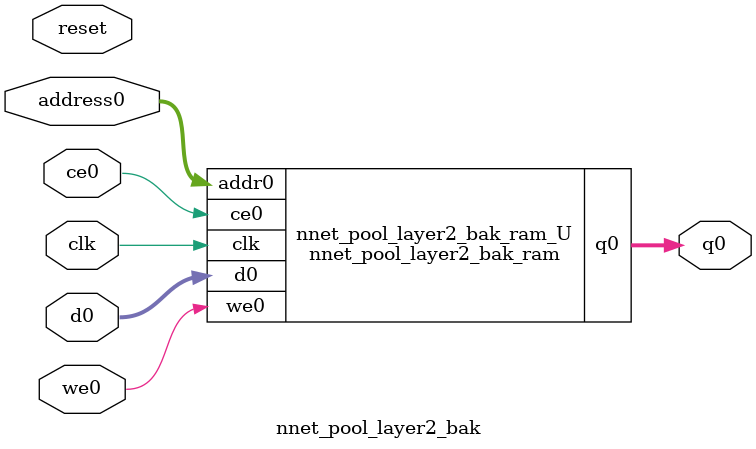
<source format=v>

`timescale 1 ns / 1 ps
module nnet_pool_layer2_bak_ram (addr0, ce0, d0, we0, q0,  clk);

parameter DWIDTH = 23;
parameter AWIDTH = 10;
parameter MEM_SIZE = 576;

input[AWIDTH-1:0] addr0;
input ce0;
input[DWIDTH-1:0] d0;
input we0;
output reg[DWIDTH-1:0] q0;
input clk;

(* ram_style = "block" *)reg [DWIDTH-1:0] ram[0:MEM_SIZE-1];




always @(posedge clk)  
begin 
    if (ce0) 
    begin
        if (we0) 
        begin 
            ram[addr0] <= d0; 
            q0 <= d0;
        end 
        else 
            q0 <= ram[addr0];
    end
end


endmodule


`timescale 1 ns / 1 ps
module nnet_pool_layer2_bak(
    reset,
    clk,
    address0,
    ce0,
    we0,
    d0,
    q0);

parameter DataWidth = 32'd23;
parameter AddressRange = 32'd576;
parameter AddressWidth = 32'd10;
input reset;
input clk;
input[AddressWidth - 1:0] address0;
input ce0;
input we0;
input[DataWidth - 1:0] d0;
output[DataWidth - 1:0] q0;



nnet_pool_layer2_bak_ram nnet_pool_layer2_bak_ram_U(
    .clk( clk ),
    .addr0( address0 ),
    .ce0( ce0 ),
    .d0( d0 ),
    .we0( we0 ),
    .q0( q0 ));

endmodule


</source>
